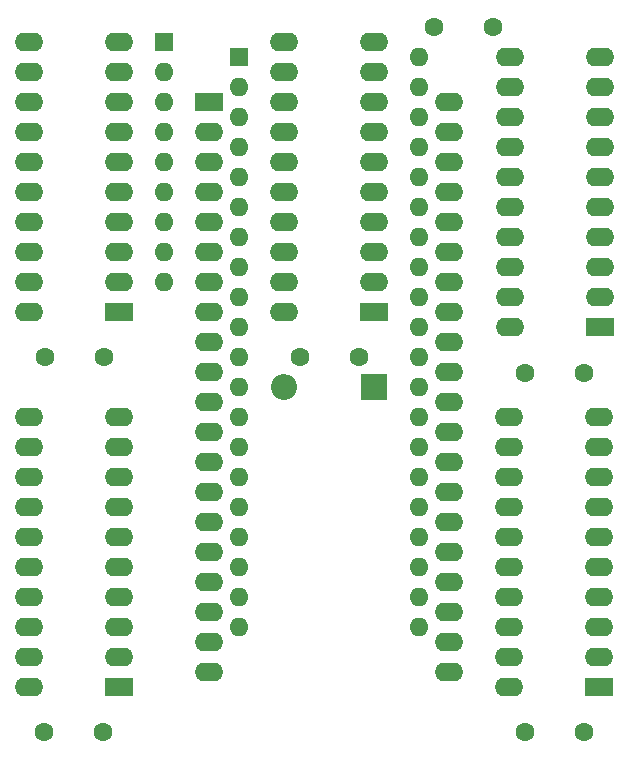
<source format=gbs>
G04 #@! TF.GenerationSoftware,KiCad,Pcbnew,(6.0.9)*
G04 #@! TF.CreationDate,2024-10-17T20:50:55+02:00*
G04 #@! TF.ProjectId,Sombrero_MSX_Goa'uld,536f6d62-7265-4726-9f5f-4d53585f476f,rev?*
G04 #@! TF.SameCoordinates,Original*
G04 #@! TF.FileFunction,Soldermask,Bot*
G04 #@! TF.FilePolarity,Negative*
%FSLAX46Y46*%
G04 Gerber Fmt 4.6, Leading zero omitted, Abs format (unit mm)*
G04 Created by KiCad (PCBNEW (6.0.9)) date 2024-10-17 20:50:55*
%MOMM*%
%LPD*%
G01*
G04 APERTURE LIST*
%ADD10R,2.400000X1.600000*%
%ADD11O,2.400000X1.600000*%
%ADD12C,1.600000*%
%ADD13R,1.600000X1.600000*%
%ADD14O,1.600000X1.600000*%
%ADD15R,2.200000X2.200000*%
%ADD16O,2.200000X2.200000*%
G04 APERTURE END LIST*
D10*
X170245000Y-99065000D03*
D11*
X170245000Y-96525000D03*
X170245000Y-93985000D03*
X170245000Y-91445000D03*
X170245000Y-88905000D03*
X170245000Y-86365000D03*
X170245000Y-83825000D03*
X170245000Y-81285000D03*
X170245000Y-78745000D03*
X170245000Y-76205000D03*
X162625000Y-76205000D03*
X162625000Y-78745000D03*
X162625000Y-81285000D03*
X162625000Y-83825000D03*
X162625000Y-86365000D03*
X162625000Y-88905000D03*
X162625000Y-91445000D03*
X162625000Y-93985000D03*
X162625000Y-96525000D03*
X162625000Y-99065000D03*
D10*
X137175000Y-80005000D03*
D11*
X137175000Y-82545000D03*
X137175000Y-85085000D03*
X137175000Y-87625000D03*
X137175000Y-90165000D03*
X137175000Y-92705000D03*
X137175000Y-95245000D03*
X137175000Y-97785000D03*
X137175000Y-100325000D03*
X137175000Y-102865000D03*
X137175000Y-105405000D03*
X137175000Y-107945000D03*
X137175000Y-110485000D03*
X137175000Y-113025000D03*
X137175000Y-115565000D03*
X137175000Y-118105000D03*
X137175000Y-120645000D03*
X137175000Y-123185000D03*
X137175000Y-125725000D03*
X137175000Y-128265000D03*
X157495000Y-128265000D03*
X157495000Y-125725000D03*
X157495000Y-123185000D03*
X157495000Y-120645000D03*
X157495000Y-118105000D03*
X157495000Y-115565000D03*
X157495000Y-113025000D03*
X157495000Y-110485000D03*
X157495000Y-107945000D03*
X157495000Y-105405000D03*
X157495000Y-102865000D03*
X157495000Y-100325000D03*
X157495000Y-97785000D03*
X157495000Y-95245000D03*
X157495000Y-92705000D03*
X157495000Y-90165000D03*
X157495000Y-87625000D03*
X157495000Y-85085000D03*
X157495000Y-82545000D03*
X157495000Y-80005000D03*
D10*
X129540000Y-129540000D03*
D11*
X129540000Y-127000000D03*
X129540000Y-124460000D03*
X129540000Y-121920000D03*
X129540000Y-119380000D03*
X129540000Y-116840000D03*
X129540000Y-114300000D03*
X129540000Y-111760000D03*
X129540000Y-109220000D03*
X129540000Y-106680000D03*
X121920000Y-106680000D03*
X121920000Y-109220000D03*
X121920000Y-111760000D03*
X121920000Y-114300000D03*
X121920000Y-116840000D03*
X121920000Y-119380000D03*
X121920000Y-121920000D03*
X121920000Y-124460000D03*
X121920000Y-127000000D03*
X121920000Y-129540000D03*
D10*
X129540000Y-97790000D03*
D11*
X129540000Y-95250000D03*
X129540000Y-92710000D03*
X129540000Y-90170000D03*
X129540000Y-87630000D03*
X129540000Y-85090000D03*
X129540000Y-82550000D03*
X129540000Y-80010000D03*
X129540000Y-77470000D03*
X129540000Y-74930000D03*
X121920000Y-74930000D03*
X121920000Y-77470000D03*
X121920000Y-80010000D03*
X121920000Y-82550000D03*
X121920000Y-85090000D03*
X121920000Y-87630000D03*
X121920000Y-90170000D03*
X121920000Y-92710000D03*
X121920000Y-95250000D03*
X121920000Y-97790000D03*
D12*
X163895000Y-133355000D03*
X168895000Y-133355000D03*
D10*
X170180000Y-129540000D03*
D11*
X170180000Y-127000000D03*
X170180000Y-124460000D03*
X170180000Y-121920000D03*
X170180000Y-119380000D03*
X170180000Y-116840000D03*
X170180000Y-114300000D03*
X170180000Y-111760000D03*
X170180000Y-109220000D03*
X170180000Y-106680000D03*
X162560000Y-106680000D03*
X162560000Y-109220000D03*
X162560000Y-111760000D03*
X162560000Y-114300000D03*
X162560000Y-116840000D03*
X162560000Y-119380000D03*
X162560000Y-121920000D03*
X162560000Y-124460000D03*
X162560000Y-127000000D03*
X162560000Y-129540000D03*
D12*
X156210000Y-73660000D03*
X161210000Y-73660000D03*
D13*
X133350000Y-74930000D03*
D14*
X133350000Y-77470000D03*
X133350000Y-80010000D03*
X133350000Y-82550000D03*
X133350000Y-85090000D03*
X133350000Y-87630000D03*
X133350000Y-90170000D03*
X133350000Y-92710000D03*
X133350000Y-95250000D03*
D15*
X151130000Y-104140000D03*
D16*
X143510000Y-104140000D03*
D12*
X123190000Y-133350000D03*
X128190000Y-133350000D03*
X123270000Y-101600000D03*
X128270000Y-101600000D03*
D13*
X139710000Y-76200000D03*
D14*
X139710000Y-78740000D03*
X139710000Y-81280000D03*
X139710000Y-83820000D03*
X139710000Y-86360000D03*
X139710000Y-88900000D03*
X139710000Y-91440000D03*
X139710000Y-93980000D03*
X139710000Y-96520000D03*
X139710000Y-99060000D03*
X139710000Y-101600000D03*
X139710000Y-104140000D03*
X139710000Y-106680000D03*
X139710000Y-109220000D03*
X139710000Y-111760000D03*
X139710000Y-114300000D03*
X139710000Y-116840000D03*
X139710000Y-119380000D03*
X139710000Y-121920000D03*
X139710000Y-124460000D03*
X154950000Y-124460000D03*
X154950000Y-121920000D03*
X154950000Y-119380000D03*
X154950000Y-116840000D03*
X154950000Y-114300000D03*
X154950000Y-111760000D03*
X154950000Y-109220000D03*
X154950000Y-106680000D03*
X154950000Y-104140000D03*
X154950000Y-101600000D03*
X154950000Y-99060000D03*
X154950000Y-96520000D03*
X154950000Y-93980000D03*
X154950000Y-91440000D03*
X154950000Y-88900000D03*
X154950000Y-86360000D03*
X154950000Y-83820000D03*
X154950000Y-81280000D03*
X154950000Y-78740000D03*
X154950000Y-76200000D03*
D12*
X163905000Y-102880000D03*
X168905000Y-102880000D03*
X144820000Y-101605000D03*
X149820000Y-101605000D03*
D10*
X151130000Y-97790000D03*
D11*
X151130000Y-95250000D03*
X151130000Y-92710000D03*
X151130000Y-90170000D03*
X151130000Y-87630000D03*
X151130000Y-85090000D03*
X151130000Y-82550000D03*
X151130000Y-80010000D03*
X151130000Y-77470000D03*
X151130000Y-74930000D03*
X143510000Y-74930000D03*
X143510000Y-77470000D03*
X143510000Y-80010000D03*
X143510000Y-82550000D03*
X143510000Y-85090000D03*
X143510000Y-87630000D03*
X143510000Y-90170000D03*
X143510000Y-92710000D03*
X143510000Y-95250000D03*
X143510000Y-97790000D03*
M02*

</source>
